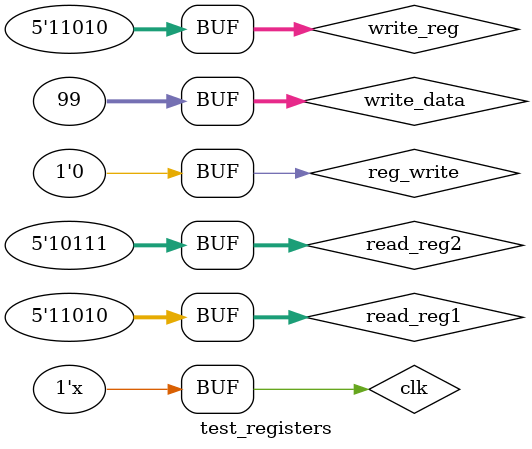
<source format=v>
`timescale 1ns / 1ps


module test_registers;
    reg clk;
    reg reg_write;
    reg[4:0] read_reg1, read_reg2, write_reg;
    reg[31:0] write_data;
    wire [31:0] read_data1, read_data2;
    
    registers regs(clk, reg_write, read_reg1, read_reg2, write_reg, write_data,read_data1, read_data2);
    
    always #10 clk=~clk;
     initial begin
    #0 clk = 0; reg_write = 0; read_reg1 = 0; read_reg2 = 0; write_reg = 0;
    #20 reg_write = 1; write_reg = 0; write_data = 10;
    #20 write_reg = 5; write_data = 39;
    #20 write_reg = 10; write_data = 100;
    #20 write_reg = 13; write_data = 56;
    #20 write_reg = 17; write_data = 78;
    #20 write_reg = 23; write_data = 215;
    #20 write_reg = 26; write_data = 99;
    
    #20 reg_write = 0; read_reg1 = 0; read_reg2 = 1;
    #20 read_reg1 = 5; read_reg2 = 6;
    #20 read_reg2 = 10;
    #20 read_reg2 = 11;
    #20 read_reg1 = 13;
    #20 read_reg1 = 17; read_reg2 = 23;
    #20 read_reg1 = 26;
end         
endmodule

</source>
